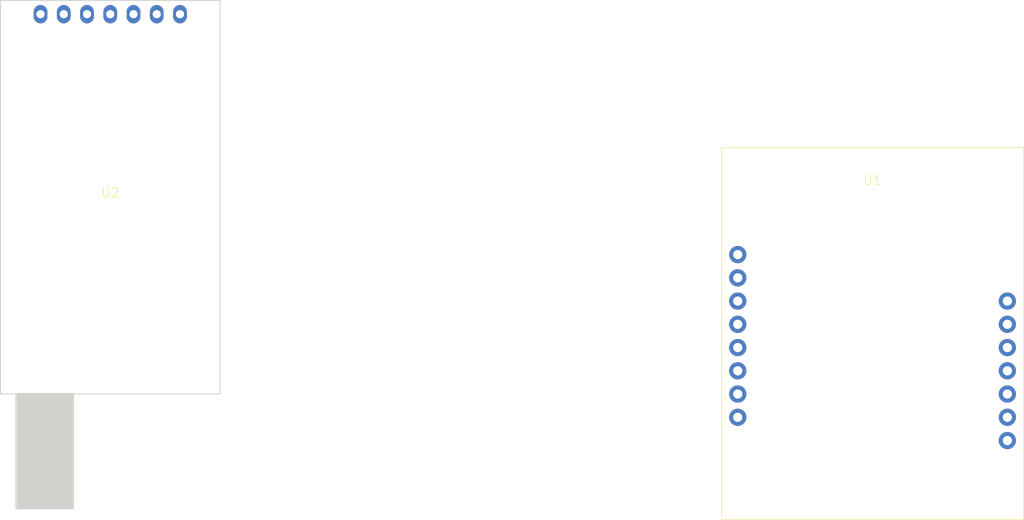
<source format=kicad_pcb>
(kicad_pcb (version 20221018) (generator pcbnew)
  (layers (0 "F.Cu" signal) (31 "B.Cu" signal) (34 "B.Paste" user) (35 "F.Paste" user) (36 "B.SilkS" user "B.Silkscreen") (37 "F.SilkS" user "F.Silkscreen") (38 "B.Mask" user) (39 "F.Mask" user) (44 "Edge.Cuts" user))
  (net 0 "")
  (footprint "SparkFun:SparkFun NEO-M8U Breakout" (layer "F.Cu") (at 126.492 67.056)
    (fp_text reference "U1" (at 0 -16.764 unlocked) (layer "F.SilkS") (effects (font (thickness 0.1))))
    (fp_text value "SparkFun NEO-M8U")
    (fp_rect (start -16.51 -20.32) (end 16.51 20.32) (stroke (width 0.1)) (fill none) (layer "F.SilkS"))
    (pad "1" thru_hole circle (at -14.732 -3.556 180) (size 1.8796 1.8796) (drill 1.016) (layers "*.Cu" "*.Mask"))
    (pad "1" thru_hole circle (at -14.732 -1.016) (size 1.8796 1.8796) (drill 1.016) (layers "*.Cu" "*.Mask"))
    (pad "1" thru_hole circle (at 14.732 11.684 180) (size 1.8796 1.8796) (drill 1.016) (layers "*.Cu" "*.Mask"))
    (pad "2" thru_hole circle (at -14.732 -6.096 180) (size 1.8796 1.8796) (drill 1.016) (layers "*.Cu" "*.Mask"))
    (pad "2" thru_hole circle (at -14.732 1.524) (size 1.8796 1.8796) (drill 1.016) (layers "*.Cu" "*.Mask"))
    (pad "2" thru_hole circle (at 14.732 9.144 180) (size 1.8796 1.8796) (drill 1.016) (layers "*.Cu" "*.Mask"))
    (pad "3" thru_hole circle (at -14.732 -8.636 180) (size 1.8796 1.8796) (drill 1.016) (layers "*.Cu" "*.Mask"))
    (pad "3" thru_hole circle (at -14.732 4.064) (size 1.8796 1.8796) (drill 1.016) (layers "*.Cu" "*.Mask"))
    (pad "3" thru_hole circle (at 14.732 6.604 180) (size 1.8796 1.8796) (drill 1.016) (layers "*.Cu" "*.Mask"))
    (pad "4" thru_hole circle (at -14.732 6.604) (size 1.8796 1.8796) (drill 1.016) (layers "*.Cu" "*.Mask"))
    (pad "4" thru_hole circle (at 14.732 4.064 180) (size 1.8796 1.8796) (drill 1.016) (layers "*.Cu" "*.Mask"))
    (pad "5" thru_hole circle (at -14.732 9.144) (size 1.8796 1.8796) (drill 1.016) (layers "*.Cu" "*.Mask"))
    (pad "5" thru_hole circle (at 14.732 1.524 180) (size 1.8796 1.8796) (drill 1.016) (layers "*.Cu" "*.Mask"))
    (pad "6" thru_hole circle (at 14.732 -1.016 180) (size 1.8796 1.8796) (drill 1.016) (layers "*.Cu" "*.Mask"))
    (pad "7" thru_hole circle (at 14.732 -3.556 180) (size 1.8796 1.8796) (drill 1.016) (layers "*.Cu" "*.Mask"))
  )
  (footprint "LoraRadio:LoRa Radio" (layer "F.Cu") (at 43.18 52.145)
    (fp_text reference "U2" (at 0 -0.5 unlocked) (layer "F.SilkS") (effects (font (thickness 0.1))))
    (fp_text value "E32-433T30D")
    (fp_rect (start -12 -21.5) (end 12 21.5) (stroke (width 0.1)) (fill none) (layer "Edge.Cuts"))
    (fp_rect (start -10.264 21.5) (end -4.064 34) (stroke (width 0.2)) (fill solid) (layer "Edge.Cuts"))
    (pad "1" thru_hole oval (at 7.62 -20) (size 1.5 2) (drill 0.9) (layers "*.Cu" "*.Mask"))
    (pad "2" thru_hole oval (at 5.08 -20) (size 1.5 2) (drill 0.9) (layers "*.Cu" "*.Mask"))
    (pad "3" thru_hole oval (at 2.54 -20) (size 1.5 2) (drill 0.9) (layers "*.Cu" "*.Mask"))
    (pad "4" thru_hole oval (at 0 -20) (size 1.5 2) (drill 0.9) (layers "*.Cu" "*.Mask"))
    (pad "5" thru_hole oval (at -2.54 -20) (size 1.5 2) (drill 0.9) (layers "*.Cu" "*.Mask"))
    (pad "6" thru_hole oval (at -5.08 -20) (size 1.5 2) (drill 0.9) (layers "*.Cu" "*.Mask"))
    (pad "7" thru_hole oval (at -7.62 -20) (size 1.5 2) (drill 0.9) (layers "*.Cu" "*.Mask"))
  )
)
</source>
